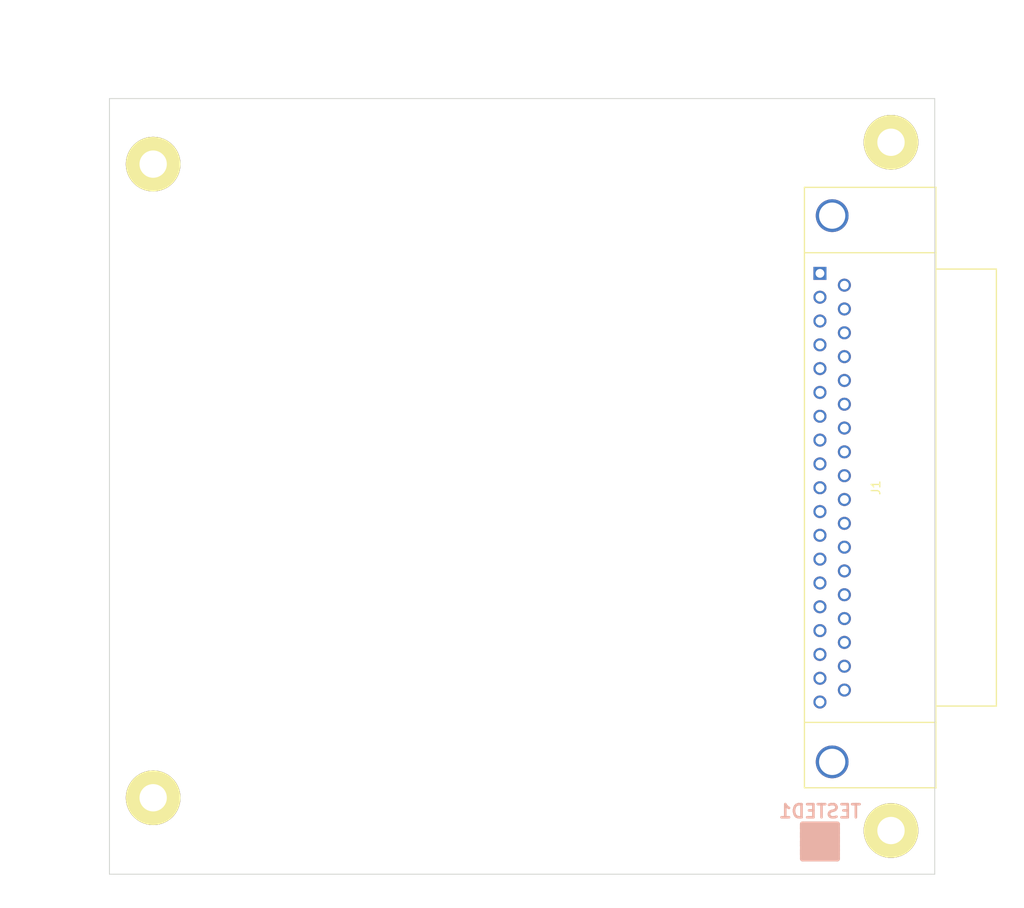
<source format=kicad_pcb>
(kicad_pcb (version 4) (host pcbnew "(after 2015-mar-04 BZR unknown)-product")

  (general
    (links 0)
    (no_connects 0)
    (area -12.115713 -11.105 109.270714 96.045001)
    (thickness 1.6)
    (drawings 26)
    (tracks 0)
    (zones 0)
    (modules 6)
    (nets 1)
  )

  (page B)
  (title_block
    (title "8-Channel Opto-Isolated Output I2C")
    (rev X1)
    (company land-boards.com)
  )

  (layers
    (0 F.Cu signal)
    (31 B.Cu signal)
    (36 B.SilkS user)
    (37 F.SilkS user)
    (38 B.Mask user)
    (39 F.Mask user)
    (42 Eco1.User user)
    (44 Edge.Cuts user)
  )

  (setup
    (last_trace_width 0.254)
    (trace_clearance 0.254)
    (zone_clearance 0.254)
    (zone_45_only no)
    (trace_min 0.254)
    (segment_width 0.2)
    (edge_width 0.1)
    (via_size 0.889)
    (via_drill 0.635)
    (via_min_size 0.889)
    (via_min_drill 0.508)
    (uvia_size 0.508)
    (uvia_drill 0.127)
    (uvias_allowed no)
    (uvia_min_size 0.508)
    (uvia_min_drill 0.127)
    (pcb_text_width 0.3)
    (pcb_text_size 1.5 1.5)
    (mod_edge_width 0.15)
    (mod_text_size 1.27 1.27)
    (mod_text_width 0.3175)
    (pad_size 9.525 9.525)
    (pad_drill 3.8354)
    (pad_to_mask_clearance 0)
    (aux_axis_origin 0 0)
    (visible_elements 7FFFFF7F)
    (pcbplotparams
      (layerselection 0x010f0_80000001)
      (usegerberextensions true)
      (excludeedgelayer true)
      (linewidth 0.150000)
      (plotframeref false)
      (viasonmask false)
      (mode 1)
      (useauxorigin false)
      (hpglpennumber 1)
      (hpglpenspeed 20)
      (hpglpendiameter 15)
      (hpglpenoverlay 2)
      (psnegative false)
      (psa4output false)
      (plotreference true)
      (plotvalue true)
      (plotinvisibletext false)
      (padsonsilk false)
      (subtractmaskfromsilk false)
      (outputformat 1)
      (mirror false)
      (drillshape 0)
      (scaleselection 1)
      (outputdirectory plots/))
  )

  (net 0 "")

  (net_class Default "This is the default net class."
    (clearance 0.254)
    (trace_width 0.254)
    (via_dia 0.889)
    (via_drill 0.635)
    (uvia_dia 0.508)
    (uvia_drill 0.127)
  )

  (module MTG-4-40 (layer F.Cu) (tedit 53F3AE25) (tstamp 593EC29A)
    (at 5.08 7.62)
    (path /537A5CA4)
    (fp_text reference MTG1 (at -6.858 -0.635) (layer F.SilkS) hide
      (effects (font (thickness 0.3048)))
    )
    (fp_text value MTG_HOLE (at 0 -5.08) (layer F.SilkS) hide
      (effects (font (thickness 0.3048)))
    )
    (pad 1 thru_hole circle (at 0 0) (size 6.35 6.35) (drill 3.175) (layers *.Cu *.Mask F.SilkS))
  )

  (module MTG-4-40 (layer F.Cu) (tedit 53F3AE25) (tstamp 593EC29F)
    (at 90.805 5.08)
    (path /537A5C95)
    (fp_text reference MTG2 (at -6.858 -0.635) (layer F.SilkS) hide
      (effects (font (thickness 0.3048)))
    )
    (fp_text value MTG_HOLE (at 0 -5.08) (layer F.SilkS) hide
      (effects (font (thickness 0.3048)))
    )
    (pad 1 thru_hole circle (at 0 0) (size 6.35 6.35) (drill 3.175) (layers *.Cu *.Mask F.SilkS))
  )

  (module MTG-4-40 (layer F.Cu) (tedit 53F3AE25) (tstamp 593EC2A4)
    (at 5.08 81.28)
    (path /537A5C86)
    (fp_text reference MTG3 (at -6.858 -0.635) (layer F.SilkS) hide
      (effects (font (thickness 0.3048)))
    )
    (fp_text value MTG_HOLE (at 0 -5.08) (layer F.SilkS) hide
      (effects (font (thickness 0.3048)))
    )
    (pad 1 thru_hole circle (at 0 0) (size 6.35 6.35) (drill 3.175) (layers *.Cu *.Mask F.SilkS))
  )

  (module MTG-4-40 (layer F.Cu) (tedit 53F3AE25) (tstamp 593EC2A9)
    (at 90.805 85.09)
    (path /537A5C77)
    (fp_text reference MTG4 (at -6.858 -0.635) (layer F.SilkS) hide
      (effects (font (thickness 0.3048)))
    )
    (fp_text value MTG_HOLE (at 0 -5.08) (layer F.SilkS) hide
      (effects (font (thickness 0.3048)))
    )
    (pad 1 thru_hole circle (at 0 0) (size 6.35 6.35) (drill 3.175) (layers *.Cu *.Mask F.SilkS))
  )

  (module LandBoards_Marking:TEST_BLK-REAR (layer F.Cu) (tedit 553D0C6F) (tstamp 593EC958)
    (at 82.55 86.36)
    (path /580F6225)
    (fp_text reference TESTED1 (at 0 -3.5) (layer B.SilkS)
      (effects (font (thickness 0.3048)) (justify mirror))
    )
    (fp_text value TESTED_COUPON (at 0 4) (layer F.SilkS) hide
      (effects (font (thickness 0.3048)))
    )
    (fp_line (start -2 -2) (end 2 -2) (layer B.SilkS) (width 0.65))
    (fp_line (start 2 -2) (end 2 2) (layer B.SilkS) (width 0.65))
    (fp_line (start 2 2) (end -2 2) (layer B.SilkS) (width 0.65))
    (fp_line (start -2 2) (end -2 -2) (layer B.SilkS) (width 0.65))
    (fp_line (start -2 -2) (end -2 -1.5) (layer B.SilkS) (width 0.65))
    (fp_line (start -2 -1.5) (end 2 -1.5) (layer B.SilkS) (width 0.65))
    (fp_line (start 2 -1.5) (end 2 -1) (layer B.SilkS) (width 0.65))
    (fp_line (start 2 -1) (end -2 -1) (layer B.SilkS) (width 0.65))
    (fp_line (start -2 -1) (end -2 -0.5) (layer B.SilkS) (width 0.65))
    (fp_line (start -2 -0.5) (end 2 -0.5) (layer B.SilkS) (width 0.65))
    (fp_line (start 2 -0.5) (end 2 0) (layer B.SilkS) (width 0.65))
    (fp_line (start 2 0) (end -2 0) (layer B.SilkS) (width 0.65))
    (fp_line (start -2 0) (end -2 0.5) (layer B.SilkS) (width 0.65))
    (fp_line (start -2 0.5) (end 1.5 0.5) (layer B.SilkS) (width 0.65))
    (fp_line (start 1.5 0.5) (end 2 0.5) (layer B.SilkS) (width 0.65))
    (fp_line (start 2 0.5) (end 2 1) (layer B.SilkS) (width 0.65))
    (fp_line (start 2 1) (end -2 1) (layer B.SilkS) (width 0.65))
    (fp_line (start -2 1) (end -2 1.5) (layer B.SilkS) (width 0.65))
    (fp_line (start -2 1.5) (end 2 1.5) (layer B.SilkS) (width 0.65))
  )

  (module LandBoards_Conns:DB37FC_FIXED (layer F.Cu) (tedit 593EC3BD) (tstamp 593EC941)
    (at 82.55 20.32 270)
    (descr "Connecteur DB37 femelle couche")
    (tags "CONN DB37")
    (path /5810E2D0)
    (fp_text reference J1 (at 24.92 -6.5 450) (layer F.SilkS)
      (effects (font (size 1 1) (thickness 0.15)))
    )
    (fp_text value DB25 (at 36 -6 270) (layer F.SilkS) hide
      (effects (font (size 1 1) (thickness 0.15)))
    )
    (fp_line (start 59.8 1.8) (end 59.8 -13.3) (layer F.SilkS) (width 0.15))
    (fp_line (start 59.8 -13.3) (end 59.8 -13.5) (layer F.SilkS) (width 0.15))
    (fp_line (start -2.4 -13.5) (end -2.4 1.8) (layer F.SilkS) (width 0.15))
    (fp_line (start 50.3 -13.5) (end 50.3 -20.5) (layer F.SilkS) (width 0.15))
    (fp_line (start 50.3 -20.5) (end -0.5 -20.5) (layer F.SilkS) (width 0.15))
    (fp_line (start -0.5 -20.5) (end -0.5 -13.5) (layer F.SilkS) (width 0.15))
    (fp_line (start 52.2 1.8) (end 52.2 -13.5) (layer F.SilkS) (width 0.15))
    (fp_line (start -10 -13.5) (end -10 1.8) (layer F.SilkS) (width 0.15))
    (fp_line (start -10 1.8) (end 59.8 1.8) (layer F.SilkS) (width 0.15))
    (fp_line (start 59.84 1.75) (end -10.01 1.75) (layer F.Fab) (width 0.1))
    (fp_line (start -10.01 1.75) (end -10.01 -13.49) (layer F.Fab) (width 0.1))
    (fp_line (start -10.01 -13.49) (end 59.84 -13.49) (layer F.SilkS) (width 0.1))
    (fp_line (start 59.84 -13.49) (end 59.84 1.75) (layer F.Fab) (width 0.1))
    (fp_line (start 50.32 -13.49) (end 50.32 -20.47) (layer F.Fab) (width 0.1))
    (fp_line (start 50.32 -20.47) (end -0.48 -20.47) (layer F.Fab) (width 0.1))
    (fp_line (start -0.48 -20.47) (end -0.48 -13.49) (layer F.Fab) (width 0.1))
    (fp_line (start 52.22 -13.49) (end 52.22 1.75) (layer F.Fab) (width 0.1))
    (fp_line (start -2.39 -13.49) (end -2.39 1.75) (layer F.Fab) (width 0.1))
    (fp_line (start -10.26 -20.72) (end 60.09 -20.72) (layer F.CrtYd) (width 0.05))
    (fp_line (start -10.26 -20.72) (end -10.26 2) (layer F.CrtYd) (width 0.05))
    (fp_line (start 60.09 2) (end 60.09 -20.72) (layer F.CrtYd) (width 0.05))
    (fp_line (start 60.09 2) (end -10.26 2) (layer F.CrtYd) (width 0.05))
    (pad 1 thru_hole rect (at 0 0 90) (size 1.52 1.52) (drill 1.02) (layers *.Cu *.Mask *.Fab))
    (pad 2 thru_hole circle (at 2.77 0 90) (size 1.52 1.52) (drill 1.02) (layers *.Cu *.Mask))
    (pad 3 thru_hole circle (at 5.54 0 90) (size 1.52 1.52) (drill 1.02) (layers *.Cu *.Mask))
    (pad 4 thru_hole circle (at 8.31 0 90) (size 1.52 1.52) (drill 1.02) (layers *.Cu *.Mask))
    (pad 5 thru_hole circle (at 11.07 0 90) (size 1.52 1.52) (drill 1.02) (layers *.Cu *.Mask))
    (pad 6 thru_hole circle (at 13.84 0 90) (size 1.52 1.52) (drill 1.02) (layers *.Cu *.Mask))
    (pad 7 thru_hole circle (at 16.61 0 90) (size 1.52 1.52) (drill 1.02) (layers *.Cu *.Mask))
    (pad 8 thru_hole circle (at 19.38 0 90) (size 1.52 1.52) (drill 1.02) (layers *.Cu *.Mask))
    (pad 9 thru_hole circle (at 22.15 0 90) (size 1.52 1.52) (drill 1.02) (layers *.Cu *.Mask))
    (pad ? thru_hole circle (at -6.71 -1.42 90) (size 3.81 3.81) (drill 3.05) (layers *.Cu *.Mask))
    (pad ? thru_hole circle (at 56.79 -1.42 90) (size 3.81 3.81) (drill 3.05) (layers *.Cu *.Mask))
    (pad 10 thru_hole circle (at 24.92 0 90) (size 1.52 1.52) (drill 1.02) (layers *.Cu *.Mask))
    (pad 11 thru_hole circle (at 27.69 0 90) (size 1.52 1.52) (drill 1.02) (layers *.Cu *.Mask))
    (pad 12 thru_hole circle (at 30.45 0 90) (size 1.52 1.52) (drill 1.02) (layers *.Cu *.Mask))
    (pad 13 thru_hole circle (at 33.22 0 90) (size 1.52 1.52) (drill 1.02) (layers *.Cu *.Mask))
    (pad 14 thru_hole circle (at 35.99 0 90) (size 1.52 1.52) (drill 1.02) (layers *.Cu *.Mask))
    (pad 15 thru_hole circle (at 38.76 0 90) (size 1.52 1.52) (drill 1.02) (layers *.Cu *.Mask))
    (pad 16 thru_hole circle (at 41.53 0 90) (size 1.52 1.52) (drill 1.02) (layers *.Cu *.Mask))
    (pad 17 thru_hole circle (at 44.3 0 90) (size 1.52 1.52) (drill 1.02) (layers *.Cu *.Mask))
    (pad 18 thru_hole circle (at 47.07 0 90) (size 1.52 1.52) (drill 1.02) (layers *.Cu *.Mask))
    (pad 19 thru_hole circle (at 49.83 0 90) (size 1.52 1.52) (drill 1.02) (layers *.Cu *.Mask))
    (pad 20 thru_hole circle (at 1.37 -2.84 90) (size 1.52 1.52) (drill 1.02) (layers *.Cu *.Mask))
    (pad 21 thru_hole circle (at 4.14 -2.84 90) (size 1.52 1.52) (drill 1.02) (layers *.Cu *.Mask))
    (pad 22 thru_hole circle (at 6.91 -2.84 90) (size 1.52 1.52) (drill 1.02) (layers *.Cu *.Mask))
    (pad 23 thru_hole circle (at 9.68 -2.84 90) (size 1.52 1.52) (drill 1.02) (layers *.Cu *.Mask))
    (pad 24 thru_hole circle (at 12.45 -2.84 90) (size 1.52 1.52) (drill 1.02) (layers *.Cu *.Mask))
    (pad 25 thru_hole circle (at 15.21 -2.84 90) (size 1.52 1.52) (drill 1.02) (layers *.Cu *.Mask))
    (pad 26 thru_hole circle (at 17.98 -2.84 90) (size 1.52 1.52) (drill 1.02) (layers *.Cu *.Mask))
    (pad 27 thru_hole circle (at 20.75 -2.84 90) (size 1.52 1.52) (drill 1.02) (layers *.Cu *.Mask))
    (pad 28 thru_hole circle (at 23.52 -2.84 90) (size 1.52 1.52) (drill 1.02) (layers *.Cu *.Mask))
    (pad 29 thru_hole circle (at 26.29 -2.84 90) (size 1.52 1.52) (drill 1.02) (layers *.Cu *.Mask))
    (pad 30 thru_hole circle (at 29.06 -2.84 90) (size 1.52 1.52) (drill 1.02) (layers *.Cu *.Mask))
    (pad 31 thru_hole circle (at 31.83 -2.84 90) (size 1.52 1.52) (drill 1.02) (layers *.Cu *.Mask))
    (pad 32 thru_hole circle (at 34.59 -2.84 90) (size 1.52 1.52) (drill 1.02) (layers *.Cu *.Mask))
    (pad 33 thru_hole circle (at 37.36 -2.84 90) (size 1.52 1.52) (drill 1.02) (layers *.Cu *.Mask))
    (pad 34 thru_hole circle (at 40.13 -2.84 90) (size 1.52 1.52) (drill 1.02) (layers *.Cu *.Mask))
    (pad 35 thru_hole circle (at 42.9 -2.84 90) (size 1.52 1.52) (drill 1.02) (layers *.Cu *.Mask))
    (pad 36 thru_hole circle (at 45.67 -2.84 90) (size 1.52 1.52) (drill 1.02) (layers *.Cu *.Mask))
    (pad 37 thru_hole circle (at 48.44 -2.84 90) (size 1.52 1.52) (drill 1.02) (layers *.Cu *.Mask))
    (model Connectors.3dshapes/DB37FC.wrl
      (at (xyz 0.98 0.06 0))
      (scale (xyz 1 1 1))
      (rotate (xyz 0 0 0))
    )
  )

  (gr_line (start 88.9 85.09) (end 97.155 85.09) (angle 90) (layer Eco1.User) (width 0.2))
  (dimension 5.08 (width 0.3) (layer Eco1.User)
    (gr_text "0.2000 in" (at 103.584999 87.63 90) (layer Eco1.User)
      (effects (font (size 1.5 1.5) (thickness 0.3)))
    )
    (feature1 (pts (xy 90.805 85.09) (xy 104.934999 85.09)))
    (feature2 (pts (xy 90.805 90.17) (xy 104.934999 90.17)))
    (crossbar (pts (xy 102.234999 90.17) (xy 102.234999 85.09)))
    (arrow1a (pts (xy 102.234999 85.09) (xy 102.82142 86.216504)))
    (arrow1b (pts (xy 102.234999 85.09) (xy 101.648578 86.216504)))
    (arrow2a (pts (xy 102.234999 90.17) (xy 102.82142 89.043496)))
    (arrow2b (pts (xy 102.234999 90.17) (xy 101.648578 89.043496)))
  )
  (gr_line (start 99.06 5.08) (end 86.36 5.08) (angle 90) (layer Eco1.User) (width 0.2))
  (gr_line (start 5.08 -4.445) (end 5.08 13.97) (angle 90) (layer Eco1.User) (width 0.2))
  (gr_line (start -7.62 7.62) (end 10.16 7.62) (angle 90) (layer Eco1.User) (width 0.2))
  (dimension 5.08 (width 0.3) (layer Eco1.User)
    (gr_text "0.2000 in" (at 2.54 -9.605) (layer Eco1.User)
      (effects (font (size 1.5 1.5) (thickness 0.3)))
    )
    (feature1 (pts (xy 5.08 7.62) (xy 5.08 -10.955)))
    (feature2 (pts (xy 0 7.62) (xy 0 -10.955)))
    (crossbar (pts (xy 0 -8.255) (xy 5.08 -8.255)))
    (arrow1a (pts (xy 5.08 -8.255) (xy 3.953496 -7.668579)))
    (arrow1b (pts (xy 5.08 -8.255) (xy 3.953496 -8.841421)))
    (arrow2a (pts (xy 0 -8.255) (xy 1.126504 -7.668579)))
    (arrow2b (pts (xy 0 -8.255) (xy 1.126504 -8.841421)))
  )
  (dimension 90.805 (width 0.3) (layer Eco1.User)
    (gr_text "3.5750 in" (at 50.4825 94.695) (layer Eco1.User)
      (effects (font (size 1.5 1.5) (thickness 0.3)))
    )
    (feature1 (pts (xy 5.08 90.17) (xy 5.08 96.045)))
    (feature2 (pts (xy 95.885 90.17) (xy 95.885 96.045)))
    (crossbar (pts (xy 95.885 93.345) (xy 5.08 93.345)))
    (arrow1a (pts (xy 5.08 93.345) (xy 6.206504 92.758579)))
    (arrow1b (pts (xy 5.08 93.345) (xy 6.206504 93.931421)))
    (arrow2a (pts (xy 95.885 93.345) (xy 94.758496 92.758579)))
    (arrow2b (pts (xy 95.885 93.345) (xy 94.758496 93.931421)))
  )
  (dimension 5.08 (width 0.3) (layer Eco1.User)
    (gr_text "0.2000 in" (at 93.345 94.06) (layer Eco1.User)
      (effects (font (size 1.5 1.5) (thickness 0.3)))
    )
    (feature1 (pts (xy 90.805 90.17) (xy 90.805 95.41)))
    (feature2 (pts (xy 95.885 90.17) (xy 95.885 95.41)))
    (crossbar (pts (xy 95.885 92.71) (xy 90.805 92.71)))
    (arrow1a (pts (xy 90.805 92.71) (xy 91.931504 92.123579)))
    (arrow1b (pts (xy 90.805 92.71) (xy 91.931504 93.296421)))
    (arrow2a (pts (xy 95.885 92.71) (xy 94.758496 92.123579)))
    (arrow2b (pts (xy 95.885 92.71) (xy 94.758496 93.296421)))
  )
  (dimension 85.09 (width 0.3) (layer Eco1.User)
    (gr_text "3.3500 in" (at 100.41 47.625 270) (layer Eco1.User)
      (effects (font (size 1.5 1.5) (thickness 0.3)))
    )
    (feature1 (pts (xy 95.885 90.17) (xy 101.76 90.17)))
    (feature2 (pts (xy 95.885 5.08) (xy 101.76 5.08)))
    (crossbar (pts (xy 99.06 5.08) (xy 99.06 90.17)))
    (arrow1a (pts (xy 99.06 90.17) (xy 98.473579 89.043496)))
    (arrow1b (pts (xy 99.06 90.17) (xy 99.646421 89.043496)))
    (arrow2a (pts (xy 99.06 5.08) (xy 98.473579 6.206504)))
    (arrow2b (pts (xy 99.06 5.08) (xy 99.646421 6.206504)))
  )
  (dimension 82.55 (width 0.3) (layer Eco1.User)
    (gr_text "3.2500 in" (at -3.255 48.895 90) (layer Eco1.User)
      (effects (font (size 1.5 1.5) (thickness 0.3)))
    )
    (feature1 (pts (xy 0 7.62) (xy -4.605 7.62)))
    (feature2 (pts (xy 0 90.17) (xy -4.605 90.17)))
    (crossbar (pts (xy -1.905 90.17) (xy -1.905 7.62)))
    (arrow1a (pts (xy -1.905 7.62) (xy -1.318579 8.746504)))
    (arrow1b (pts (xy -1.905 7.62) (xy -2.491421 8.746504)))
    (arrow2a (pts (xy -1.905 90.17) (xy -1.318579 89.043496)))
    (arrow2b (pts (xy -1.905 90.17) (xy -2.491421 89.043496)))
  )
  (gr_line (start 5.08 91.44) (end 5.08 78.74) (angle 90) (layer Eco1.User) (width 0.2))
  (gr_line (start -6.985 81.28) (end 7.62 81.28) (angle 90) (layer Eco1.User) (width 0.2))
  (dimension 8.89 (width 0.3) (layer Eco1.User)
    (gr_text "0.3500 in" (at -2.62 85.725 90) (layer Eco1.User)
      (effects (font (size 1.5 1.5) (thickness 0.3)))
    )
    (feature1 (pts (xy 0 81.28) (xy -3.97 81.28)))
    (feature2 (pts (xy 0 90.17) (xy -3.97 90.17)))
    (crossbar (pts (xy -1.27 90.17) (xy -1.27 81.28)))
    (arrow1a (pts (xy -1.27 81.28) (xy -0.683579 82.406504)))
    (arrow1b (pts (xy -1.27 81.28) (xy -1.856421 82.406504)))
    (arrow2a (pts (xy -1.27 90.17) (xy -0.683579 89.043496)))
    (arrow2b (pts (xy -1.27 90.17) (xy -1.856421 89.043496)))
  )
  (gr_line (start 90.805 -1.905) (end 90.805 92.075) (angle 90) (layer Eco1.User) (width 0.2))
  (dimension 90.17 (width 0.3) (layer Eco1.User)
    (gr_text "3.5500 in" (at -6.43 45.085 90) (layer Eco1.User)
      (effects (font (size 1.5 1.5) (thickness 0.3)))
    )
    (feature1 (pts (xy 0 0) (xy -7.78 0)))
    (feature2 (pts (xy 0 90.17) (xy -7.78 90.17)))
    (crossbar (pts (xy -5.08 90.17) (xy -5.08 0)))
    (arrow1a (pts (xy -5.08 0) (xy -4.493579 1.126504)))
    (arrow1b (pts (xy -5.08 0) (xy -5.666421 1.126504)))
    (arrow2a (pts (xy -5.08 90.17) (xy -4.493579 89.043496)))
    (arrow2b (pts (xy -5.08 90.17) (xy -5.666421 89.043496)))
  )
  (gr_line (start 95.885 90.17) (end 95.885 0) (angle 90) (layer Edge.Cuts) (width 0.1))
  (gr_line (start 0 90.17) (end 95.885 90.17) (angle 90) (layer Edge.Cuts) (width 0.1))
  (gr_line (start 95.885 90.17) (end 95.885 91.44) (angle 90) (layer Eco1.User) (width 0.2))
  (gr_line (start 97.155 90.17) (end 95.885 90.17) (angle 90) (layer Eco1.User) (width 0.2))
  (gr_line (start 95.885 91.44) (end 97.155 90.17) (angle 90) (layer Eco1.User) (width 0.2))
  (gr_line (start 0 0) (end 0 90.17) (angle 90) (layer Edge.Cuts) (width 0.1))
  (dimension 95.885 (width 0.3) (layer Eco1.User)
    (gr_text "3.7750 in" (at 47.9425 -3.889999) (layer Eco1.User)
      (effects (font (size 1.5 1.5) (thickness 0.3)))
    )
    (feature1 (pts (xy 95.885 0) (xy 95.885 -5.239999)))
    (feature2 (pts (xy 0 0) (xy 0 -5.239999)))
    (crossbar (pts (xy 0 -2.539999) (xy 95.885 -2.539999)))
    (arrow1a (pts (xy 95.885 -2.539999) (xy 94.758496 -1.953578)))
    (arrow1b (pts (xy 95.885 -2.539999) (xy 94.758496 -3.12642)))
    (arrow2a (pts (xy 0 -2.539999) (xy 1.126504 -1.953578)))
    (arrow2b (pts (xy 0 -2.539999) (xy 1.126504 -3.12642)))
  )
  (gr_line (start 0 0) (end 95.885 0) (angle 90) (layer Edge.Cuts) (width 0.1))
  (gr_line (start -5 0) (end 0 0) (angle 90) (layer Eco1.User) (width 0.2))
  (gr_line (start 0 -5) (end -5 0) (angle 90) (layer Eco1.User) (width 0.2))
  (gr_line (start 0 0) (end 0 -5) (angle 90) (layer Eco1.User) (width 0.2))

)

</source>
